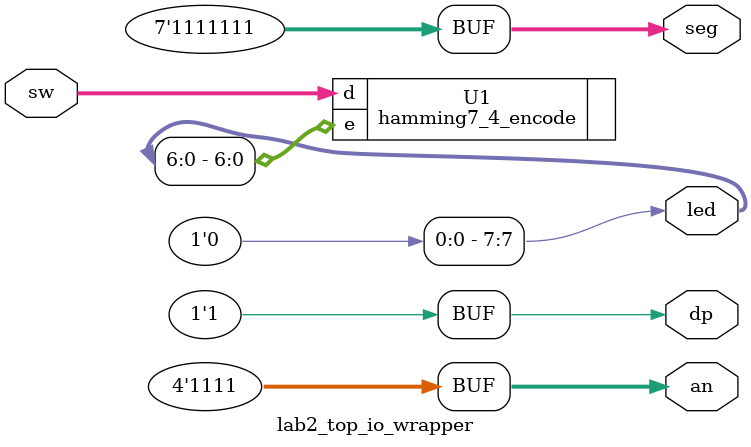
<source format=sv>
`timescale 1ns / 1ps
module lab2_top_io_wrapper(
	output logic [6:0] seg,
	output logic dp,
	output logic [3:0] an,
	output logic [7:0] led,
	input logic [3:0] sw
	);
	 
	// --------- outputs ----------
	// shut everything off as a default
	// seven segment decoder with decimal point
	assign seg = 7'b1111111;	// low is on
	assign dp = 4'b1111;	// low is on
	// anodes for each digit
	assign an = 4'b1111;	// low is on
	// regular leds
	assign led[7] = 0;
	
	// Instantiate the top module
	hamming7_4_encode U1 (.e(led[6:0]), .d(sw[3:0]));

endmodule

</source>
